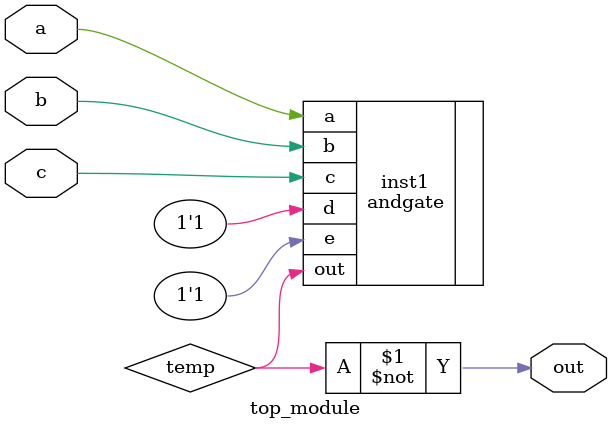
<source format=v>
module top_module (input a, input b, input c, output out);//

    wire temp;
    assign out = ~temp;
    
    andgate inst1(.out(temp), .a(a), .b(b), .c(c), .d(1'b1), .e(1'b1));

endmodule
</source>
